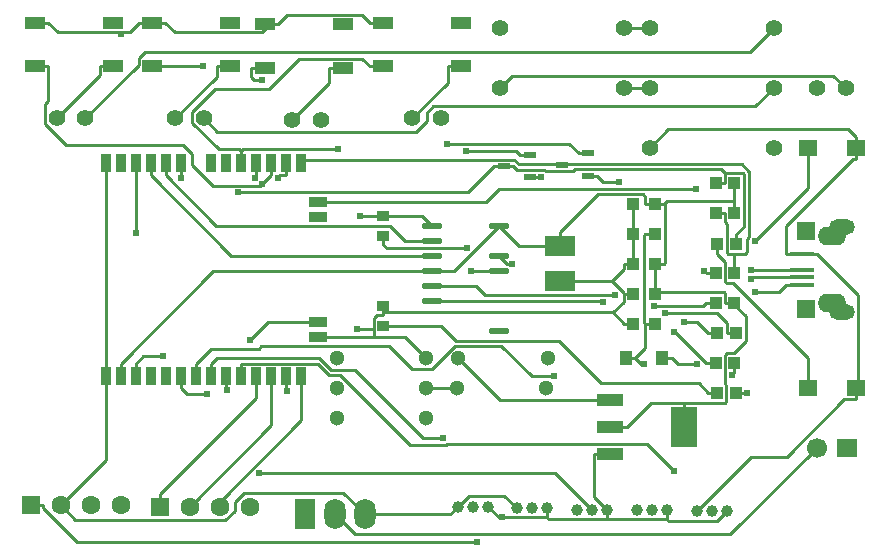
<source format=gtl>
G04 Layer: TopLayer*
G04 EasyEDA v6.5.40, 2024-02-29 21:32:03*
G04 cd2e8cfeff5242bcb39c02c4be924e2f,f2d9dfb49ed74d9cbdeda56209f77222,10*
G04 Gerber Generator version 0.2*
G04 Scale: 100 percent, Rotated: No, Reflected: No *
G04 Dimensions in millimeters *
G04 leading zeros omitted , absolute positions ,4 integer and 5 decimal *
%FSLAX45Y45*%
%MOMM*%

%AMMACRO1*21,1,$1,$2,0,0,$3*%
%ADD10C,0.2540*%
%ADD11R,1.0000X1.1000*%
%ADD12R,2.6000X1.8000*%
%ADD13R,1.0000X1.2000*%
%ADD14R,1.0000X0.8999*%
%ADD15MACRO1,0.532X1.0375X90.0000*%
%ADD16R,1.5300X1.3600*%
%ADD17MACRO1,1.36X1.53X-90.0000*%
%ADD18R,2.2000X3.5000*%
%ADD19R,2.2000X1.1000*%
%ADD20O,1.7450054X0.5599938*%
%ADD21R,0.9000X1.5000*%
%ADD22R,1.5000X0.9000*%
%ADD23R,2.1000X0.4000*%
%ADD24R,1.5000X1.5000*%
%ADD25O,2.1999956000000003X1.2999974*%
%ADD26R,1.7000X1.0000*%
%ADD27O,2.3999952X1.5999968*%
%ADD28R,1.7000X1.5748*%
%ADD29C,1.7000*%
%ADD30C,1.0000*%
%ADD31C,1.4000*%
%ADD32O,1.7999964X2.5999948*%
%ADD33R,1.8000X2.6000*%
%ADD34C,1.3000*%
%ADD35R,1.6000X1.6000*%
%ADD36C,1.6000*%
%ADD37C,1.4000*%
%ADD38C,0.6100*%
%ADD39C,0.0179*%

%LPD*%
D10*
X7232980Y4937305D02*
G01*
X7171258Y4875583D01*
X6971461Y4875583D01*
X6482079Y4266618D02*
G01*
X6316802Y4266618D01*
X6265418Y4318002D01*
X6187490Y4318002D02*
G01*
X6265418Y4318002D01*
X7365898Y4937305D02*
G01*
X7232980Y4937305D01*
X6573088Y4025902D02*
G01*
X6495186Y4103804D01*
X5669025Y4103804D01*
X5309184Y4463646D01*
X4441697Y4463646D01*
X4316755Y4588588D01*
X3822700Y4588588D01*
X6650990Y4025902D02*
G01*
X6573088Y4025902D01*
X6638290Y5549902D02*
G01*
X6716217Y5549902D01*
X6798284Y5041902D02*
G01*
X6798284Y5124808D01*
X6798284Y5200119D02*
G01*
X6798284Y5124808D01*
X6798284Y5200119D02*
G01*
X6740296Y5200119D01*
X6732904Y5207510D01*
X6732904Y5455287D01*
X6716217Y5471975D01*
X6716217Y5549902D01*
X5338165Y5956302D02*
G01*
X5338165Y5957928D01*
X3125393Y5967300D02*
G01*
X3156381Y5998288D01*
X4935321Y5998288D01*
X4975682Y5957928D01*
X5338165Y5957928D01*
X5338165Y5957928D02*
G01*
X6858838Y5957928D01*
X6920763Y5896002D01*
X6920763Y5342994D01*
X6904456Y5326687D01*
X6904456Y5217314D01*
X6887260Y5200119D01*
X6798284Y5200119D01*
X6638290Y5041902D02*
G01*
X6560388Y5041902D01*
X6540550Y5052646D02*
G01*
X6549643Y5052646D01*
X6560388Y5041902D01*
X7416520Y6096002D02*
G01*
X7416520Y5755921D01*
X6970344Y5309745D01*
X1982393Y5864379D02*
G01*
X2408072Y5438701D01*
X3881932Y5438701D01*
X4010939Y5309694D01*
X4233138Y5309694D01*
X1982393Y5967300D02*
G01*
X1982393Y5864379D01*
X1855393Y5967300D02*
G01*
X1855393Y5864379D01*
X1855393Y5864379D02*
G01*
X2537079Y5182694D01*
X4233138Y5182694D01*
X5789726Y4852189D02*
G01*
X4688738Y4852189D01*
X4612233Y4928694D01*
X4233138Y4928694D01*
X7365898Y5067302D02*
G01*
X6934682Y5067302D01*
X2109393Y4064383D02*
G01*
X2163318Y4010459D01*
X2334869Y4010459D01*
X2109393Y4167304D02*
G01*
X2109393Y4064383D01*
X5588000Y3035302D02*
G01*
X5282031Y3341270D01*
X2775915Y3341270D01*
X4331309Y3639212D02*
G01*
X4160723Y3639212D01*
X3582543Y4217393D01*
X3383152Y4217393D01*
X3280054Y4320491D01*
X2413660Y4320491D01*
X2363393Y4270225D01*
X2363393Y4167304D02*
G01*
X2363393Y4270225D01*
X1930400Y3168627D02*
G01*
X2744393Y3982620D01*
X2744393Y4167304D01*
X1930400Y3060702D02*
G01*
X1930400Y3168627D01*
X2184400Y3060702D02*
G01*
X2871393Y3747696D01*
X2871393Y4167304D01*
X3125393Y4167304D02*
G01*
X3125393Y3790241D01*
X2438400Y3103247D01*
X2438400Y3060702D01*
X2414193Y6787288D02*
G01*
X2414193Y6699938D01*
X2064258Y6350002D01*
X2527096Y6787288D02*
G01*
X2414193Y6787288D01*
X2304541Y6350002D02*
G01*
X2419502Y6235042D01*
X4100474Y6235042D01*
X4191000Y6325567D01*
X4191000Y6389550D01*
X4249775Y6448325D01*
X6973315Y6448325D01*
X7128992Y6604002D01*
X4369993Y6787288D02*
G01*
X4369993Y6649138D01*
X4070858Y6350002D01*
X4482896Y6787288D02*
G01*
X4369993Y6787288D01*
X1423593Y6787288D02*
G01*
X1423593Y6712638D01*
X1060957Y6350002D01*
X1536496Y6787288D02*
G01*
X1423593Y6787288D01*
X1301242Y6350002D02*
G01*
X1753946Y6802706D01*
X1753946Y6857977D01*
X1809902Y6913933D01*
X6930923Y6913933D01*
X7128992Y7112002D01*
X3366693Y6774588D02*
G01*
X3366693Y6649138D01*
X3054858Y6337302D01*
X3479596Y6774588D02*
G01*
X3366693Y6774588D01*
X4809007Y6604002D02*
G01*
X4915357Y6710352D01*
X7633792Y6710352D01*
X7740141Y6604002D01*
X3416300Y2997685D02*
G01*
X3588232Y2825752D01*
X6762750Y2825752D01*
X7493000Y3556002D01*
X1728393Y5967300D02*
G01*
X1728393Y5375658D01*
X2109393Y5967300D02*
G01*
X2109393Y5864379D01*
X2109393Y5864379D02*
G01*
X2109393Y5847133D01*
X2112136Y5844390D01*
X3822903Y6787288D02*
G01*
X3709974Y6787288D01*
X2617393Y6070221D02*
G01*
X2617393Y5967300D01*
X2617393Y6070221D02*
G01*
X2639085Y6091913D01*
X3444798Y6091913D01*
X2617393Y6070221D02*
G01*
X2602128Y6085486D01*
X2429789Y6085486D01*
X2203119Y6312156D01*
X2203119Y6404866D01*
X2396464Y6598211D01*
X2858490Y6598211D01*
X3112947Y6852668D01*
X3644595Y6852668D01*
X3709974Y6787288D01*
X2744393Y5967300D02*
G01*
X2744393Y5864379D01*
X2744393Y5864379D02*
G01*
X2739440Y5859426D01*
X2739440Y5845202D01*
X1867103Y6787288D02*
G01*
X2296998Y6787288D01*
X876503Y6787288D02*
G01*
X989406Y6787288D01*
X2871393Y5967300D02*
G01*
X2871393Y5864379D01*
X2871393Y5864379D02*
G01*
X2798521Y5791507D01*
X2798521Y5791507D02*
G01*
X2785999Y5778985D01*
X2381275Y5778985D01*
X2205100Y5955159D01*
X2205100Y6048910D01*
X2130348Y6123663D01*
X1136980Y6123663D01*
X961161Y6299481D01*
X961161Y6468798D01*
X989406Y6497043D01*
X989406Y6787288D01*
X2706674Y6774588D02*
G01*
X2706674Y6700573D01*
X2730347Y6676900D01*
X2801416Y6676900D01*
X2819603Y6774588D02*
G01*
X2706674Y6774588D01*
X2998393Y5864379D02*
G01*
X2950768Y5864379D01*
X2931261Y5844872D01*
X2998393Y5967300D02*
G01*
X2998393Y5864379D01*
X3275406Y4622802D02*
G01*
X2850565Y4622802D01*
X2696590Y4468827D01*
X3008884Y4041904D02*
G01*
X2998393Y4052394D01*
X2998393Y4167304D01*
X2617393Y4167304D02*
G01*
X2617393Y4270225D01*
X2617393Y4270225D02*
G01*
X2617571Y4270402D01*
X3272434Y4270402D01*
X3366236Y4176600D01*
X3456482Y4176600D01*
X4052443Y3580640D01*
X4355591Y3580640D01*
X4361840Y3586888D01*
X6054267Y3586888D01*
X6283070Y3358085D01*
X2502408Y4046501D02*
G01*
X2490393Y4058516D01*
X2490393Y4167304D01*
X2236393Y4167304D02*
G01*
X2236393Y4270225D01*
X2236393Y4270225D02*
G01*
X2361844Y4395675D01*
X2772333Y4395675D01*
X2793568Y4416910D01*
X3873195Y4416910D01*
X4065193Y4224911D01*
X4233951Y4224911D01*
X4431893Y4422853D01*
X4823434Y4422853D01*
X5081168Y4165119D01*
X5271236Y4165119D01*
X5681979Y4791102D02*
G01*
X5671388Y4801694D01*
X4233138Y4801694D01*
X7365898Y5002303D02*
G01*
X6952513Y5002303D01*
X6937451Y4987241D01*
X6810984Y4025902D02*
G01*
X6888911Y4025902D01*
X6888911Y4025902D02*
G01*
X6907453Y4025902D01*
X6472529Y5750003D02*
G01*
X4808245Y5750003D01*
X4697044Y5638802D01*
X3275406Y5638802D01*
X6650990Y5283202D02*
G01*
X6650990Y5200296D01*
X6650990Y5200296D02*
G01*
X6716445Y5134841D01*
X6716445Y4964153D01*
X6730644Y4949954D01*
X6789521Y4949954D01*
X7416520Y4322955D01*
X7416520Y4064002D01*
X6810984Y5283202D02*
G01*
X6810984Y5366108D01*
X6638290Y5803902D02*
G01*
X6716217Y5803902D01*
X4922672Y5943602D02*
G01*
X4958943Y5907331D01*
X5190058Y5907331D01*
X5195773Y5901616D01*
X5430621Y5901616D01*
X5446140Y5917135D01*
X6680911Y5917135D01*
X6716217Y5881829D01*
X6810984Y5366108D02*
G01*
X6876415Y5431538D01*
X6876415Y5879365D01*
X6866712Y5889068D01*
X6723456Y5889068D01*
X6716217Y5881829D01*
X6716217Y5881829D02*
G01*
X6716217Y5803902D01*
X4842865Y5943602D02*
G01*
X4922672Y5943602D01*
X1728393Y4270225D02*
G01*
X1793417Y4335249D01*
X1956917Y4335249D01*
X2596159Y5720412D02*
G01*
X4539894Y5720412D01*
X4763084Y5943602D01*
X4842865Y5943602D02*
G01*
X4763084Y5943602D01*
X1728393Y4167304D02*
G01*
X1728393Y4270225D01*
X4983327Y6038598D02*
G01*
X4948809Y6073117D01*
X4523003Y6073117D01*
X5063134Y6038598D02*
G01*
X4983327Y6038598D01*
X4912029Y5118915D02*
G01*
X4871415Y5118915D01*
X4807635Y5182694D01*
X6810984Y4533902D02*
G01*
X6733082Y4533902D01*
X6733082Y4533902D02*
G01*
X6733082Y4611804D01*
X6646519Y4698367D01*
X6206718Y4698367D01*
X5063134Y5848606D02*
G01*
X5142915Y5848606D01*
X5142915Y5848606D02*
G01*
X5162524Y5848606D01*
X6638290Y4279902D02*
G01*
X6560388Y4279902D01*
X6560388Y4279902D02*
G01*
X6297396Y4542894D01*
X6285585Y4542894D01*
X4807635Y5055694D02*
G01*
X4568088Y5055694D01*
X5478627Y6051298D02*
G01*
X5395620Y6134305D01*
X4367326Y6134305D01*
X5558434Y6051298D02*
G01*
X5478627Y6051298D01*
X6798284Y4279902D02*
G01*
X6798284Y4193898D01*
X6779640Y4175254D01*
X6573088Y4533902D02*
G01*
X6484391Y4622599D01*
X6367983Y4622599D01*
X5818581Y5813173D02*
G01*
X5686348Y5813173D01*
X5638215Y5861306D01*
X5558434Y5861306D02*
G01*
X5638215Y5861306D01*
X6650990Y4533902D02*
G01*
X6573088Y4533902D01*
X3822700Y5350588D02*
G01*
X3822700Y5277665D01*
X3822700Y5277665D02*
G01*
X3854170Y5246194D01*
X4531207Y5246194D01*
X6638290Y4787902D02*
G01*
X6560388Y4787902D01*
X6560388Y4787902D02*
G01*
X6529425Y4756939D01*
X6118606Y4756939D01*
X1601393Y4167304D02*
G01*
X1601393Y4270225D01*
X6367779Y3733802D02*
G01*
X6367779Y3936723D01*
X5748020Y3733802D02*
G01*
X5885941Y3733802D01*
X6798284Y5651502D02*
G01*
X6225844Y5651502D01*
X6200444Y5626102D01*
X6798284Y5549902D02*
G01*
X6798284Y5651502D01*
X6798284Y5651502D02*
G01*
X6798284Y5803902D01*
X6122517Y5626102D02*
G01*
X6200444Y5626102D01*
X1601393Y4270225D02*
G01*
X2386863Y5055694D01*
X4233138Y5055694D01*
X6122517Y5626102D02*
G01*
X6044615Y5626102D01*
X5321300Y5270502D02*
G01*
X4973827Y5270502D01*
X4807635Y5436694D01*
X5321300Y5270502D02*
G01*
X5321300Y5388409D01*
X5885941Y3733802D02*
G01*
X6088862Y3936723D01*
X6367779Y3936723D01*
X6200444Y5118102D02*
G01*
X6206286Y5123944D01*
X6206286Y5620260D01*
X6200444Y5626102D01*
X6122517Y5118102D02*
G01*
X6200444Y5118102D01*
X4807635Y5436694D02*
G01*
X4426635Y5055694D01*
X4233138Y5055694D01*
X6122517Y4879875D02*
G01*
X6706311Y4879875D01*
X6720382Y4865804D01*
X6720382Y4787902D01*
X6122517Y5118102D02*
G01*
X6122517Y4879875D01*
X6122517Y4879875D02*
G01*
X6122517Y4864102D01*
X5321300Y5388409D02*
G01*
X5642076Y5709185D01*
X6019952Y5709185D01*
X6044615Y5684522D01*
X6044615Y5626102D01*
X6798284Y4787902D02*
G01*
X6775780Y4787902D01*
X6775780Y4787902D02*
G01*
X6720382Y4787902D01*
X6775780Y4787902D02*
G01*
X6892493Y4671189D01*
X6892493Y4464001D01*
X6791502Y4363011D01*
X6736715Y4363011D01*
X6720230Y4346526D01*
X6720230Y4101365D01*
X6729069Y4092526D01*
X6729069Y3950286D01*
X6715506Y3936723D01*
X6367779Y3936723D01*
X3709974Y7157316D02*
G01*
X3644569Y7222721D01*
X3010611Y7222721D01*
X2932506Y7144616D01*
X2876067Y7144616D02*
G01*
X2866821Y7144616D01*
X2819603Y7144616D02*
G01*
X2866821Y7144616D01*
X2876067Y7144616D02*
G01*
X2932506Y7144616D01*
X2866821Y7144616D02*
G01*
X2801442Y7079236D01*
X2058085Y7079236D01*
X1980006Y7157316D01*
X1867103Y7157316D02*
G01*
X1980006Y7157316D01*
X876503Y7157316D02*
G01*
X989406Y7157316D01*
X1867103Y7157316D02*
G01*
X1754174Y7157316D01*
X3822903Y7157316D02*
G01*
X3709974Y7157316D01*
X5207000Y2968678D02*
G01*
X5207000Y3048002D01*
X5715000Y2955470D02*
G01*
X5220208Y2955470D01*
X5207000Y2968678D01*
X6223000Y2955470D02*
G01*
X5715000Y2955470D01*
X6731000Y3022602D02*
G01*
X6650634Y2942236D01*
X6236233Y2942236D01*
X6223000Y2955470D01*
X6223000Y2955470D02*
G01*
X6223000Y3035302D01*
X5748020Y3503805D02*
G01*
X5610097Y3503805D01*
X5715000Y2955470D02*
G01*
X5715000Y3035302D01*
X5715000Y3035302D02*
G01*
X5610097Y3140204D01*
X5610097Y3503805D01*
X6044615Y5372102D02*
G01*
X6032525Y5360012D01*
X6032525Y4622192D01*
X6044615Y4610102D01*
X6122517Y5372102D02*
G01*
X6044615Y5372102D01*
X989406Y7157316D02*
G01*
X1067485Y7079236D01*
X1604645Y7079236D01*
X1604645Y7079236D02*
G01*
X1676095Y7079236D01*
X1754174Y7157316D01*
X1604645Y7059678D02*
G01*
X1604645Y7079236D01*
X5207000Y2968678D02*
G01*
X4830216Y2968678D01*
X4830216Y2968678D02*
G01*
X4803724Y2968678D01*
X4711700Y3060702D01*
X946124Y3073402D02*
G01*
X946124Y3046427D01*
X1232204Y2760347D01*
X4621885Y2760347D01*
X838200Y3073402D02*
G01*
X946124Y3073402D01*
X6122517Y4610102D02*
G01*
X6044615Y4610102D01*
X5955436Y4318002D02*
G01*
X6044615Y4407181D01*
X6044615Y4610102D01*
X5877509Y4318002D02*
G01*
X5955436Y4318002D01*
X6033744Y4269640D02*
G01*
X6003797Y4269640D01*
X5955436Y4318002D01*
X6079007Y6604002D02*
G01*
X5858992Y6604002D01*
X6079007Y7112002D02*
G01*
X5858992Y7112002D01*
X4445990Y4064002D02*
G01*
X4190009Y4064002D01*
X4953000Y3048002D02*
G01*
X4846777Y3154225D01*
X4551222Y3154225D01*
X4457700Y3060702D01*
X1092200Y3073402D02*
G01*
X1218641Y2946961D01*
X2487498Y2946961D01*
X2565400Y3024863D01*
X2565400Y3102688D01*
X2641904Y3179193D01*
X3487826Y3179193D01*
X3670325Y2996694D01*
X4190009Y4318002D02*
G01*
X4012209Y4495802D01*
X3742613Y4495802D01*
X3742613Y4495802D02*
G01*
X3275406Y4495802D01*
X7823504Y6191938D02*
G01*
X7759725Y6255717D01*
X6238722Y6255717D01*
X6079007Y6096002D01*
X7823504Y3968092D02*
G01*
X7727594Y3968092D01*
X7241311Y3481809D01*
X6936206Y3481809D01*
X6477000Y3022602D01*
X4233138Y5436694D02*
G01*
X4149242Y5520590D01*
X3822700Y5520590D01*
X3822700Y4758590D02*
G01*
X3822700Y4719881D01*
X3822700Y4719881D02*
G01*
X3822700Y4685667D01*
X5942507Y4610102D02*
G01*
X5864606Y4610102D01*
X5942507Y4864102D02*
G01*
X5864606Y4864102D01*
X5942507Y5626102D02*
G01*
X5942507Y5372102D01*
X5942507Y5372102D02*
G01*
X5942507Y5118102D01*
X5864606Y5118102D02*
G01*
X5864606Y5076446D01*
X5758434Y4970274D01*
X5942507Y5118102D02*
G01*
X5864606Y5118102D01*
X5758434Y4970274D02*
G01*
X5321300Y4970274D01*
X7823504Y6143983D02*
G01*
X7823504Y6191938D01*
X7823504Y6143983D02*
G01*
X7823504Y6096002D01*
X7823504Y6000092D02*
G01*
X7799527Y6000092D01*
X7232980Y5433545D01*
X7232980Y5197299D01*
X7823504Y6096002D02*
G01*
X7823504Y6000092D01*
X7365898Y5197299D02*
G01*
X7232980Y5197299D01*
X5610097Y3963799D02*
G01*
X4812893Y3963799D01*
X4458690Y4318002D01*
X5748020Y3963799D02*
G01*
X5610097Y3963799D01*
X7823504Y4064002D02*
G01*
X7823504Y4016047D01*
X7823504Y4016047D02*
G01*
X7823504Y3968092D01*
X7823504Y4016047D02*
G01*
X7846593Y4039135D01*
X7846593Y4849522D01*
X7498816Y5197299D01*
X7365898Y5197299D02*
G01*
X7498816Y5197299D01*
X3742613Y4495802D02*
G01*
X3742613Y4568573D01*
X3742613Y4568573D02*
G01*
X3742613Y4660267D01*
X3768013Y4685667D01*
X3822700Y4685667D01*
X3626662Y5520590D02*
G01*
X3822700Y5520590D01*
X3742613Y4568573D02*
G01*
X3602456Y4568573D01*
X5860211Y4864102D02*
G01*
X5864606Y4864102D01*
X5860211Y4864102D02*
G01*
X5860211Y4868496D01*
X5758434Y4970274D01*
X5770168Y4704539D02*
G01*
X5864606Y4610102D01*
X3822700Y4719881D02*
G01*
X3838041Y4704539D01*
X5770168Y4704539D01*
X5770168Y4704539D02*
G01*
X5860211Y4794582D01*
X5860211Y4864102D01*
X4457700Y3060702D02*
G01*
X4393691Y2996694D01*
X3670325Y2996694D01*
X1092200Y3073402D02*
G01*
X1474393Y3455596D01*
X1474393Y4167304D01*
X1474393Y4167304D02*
G01*
X1474393Y5967300D01*
D11*
G01*
X5942507Y4610100D03*
G01*
X6122517Y4610100D03*
G01*
X5942507Y4864100D03*
G01*
X6122517Y4864100D03*
G01*
X5942507Y5118100D03*
G01*
X6122517Y5118100D03*
G01*
X5942507Y5372100D03*
G01*
X6122517Y5372100D03*
G01*
X5942507Y5626100D03*
G01*
X6122517Y5626100D03*
D12*
G01*
X5321300Y5270500D03*
G01*
X5321300Y4970271D03*
D13*
G01*
X6187490Y4318000D03*
G01*
X5877509Y4318000D03*
D14*
G01*
X3822700Y4758588D03*
G01*
X3822700Y4588586D03*
G01*
X3822700Y5520588D03*
G01*
X3822700Y5350586D03*
D15*
G01*
X5558425Y5861300D03*
G01*
X5558425Y6051299D03*
G01*
X5338174Y5956300D03*
G01*
X5063125Y5848600D03*
G01*
X5063125Y6038599D03*
G01*
X4842874Y5943600D03*
D11*
G01*
X6798309Y5803900D03*
G01*
X6638315Y5803900D03*
G01*
X6798309Y5549900D03*
G01*
X6638315Y5549900D03*
G01*
X6811009Y5283200D03*
G01*
X6651015Y5283200D03*
G01*
X6798309Y5041900D03*
G01*
X6638315Y5041900D03*
G01*
X6798309Y4787900D03*
G01*
X6638315Y4787900D03*
G01*
X6811009Y4533900D03*
G01*
X6651015Y4533900D03*
G01*
X6798309Y4279900D03*
G01*
X6638315Y4279900D03*
G01*
X6811009Y4025900D03*
G01*
X6651015Y4025900D03*
D16*
G01*
X7823504Y4064000D03*
D17*
G01*
X7416500Y4064007D03*
D16*
G01*
X7823504Y6096000D03*
D17*
G01*
X7416500Y6096007D03*
D18*
G01*
X6367779Y3733800D03*
D19*
G01*
X5748020Y3503803D03*
G01*
X5748020Y3733800D03*
G01*
X5748020Y3963796D03*
D20*
G01*
X4233138Y5436692D03*
G01*
X4233138Y5309692D03*
G01*
X4233138Y5182692D03*
G01*
X4233138Y5055692D03*
G01*
X4233138Y4928692D03*
G01*
X4233138Y4801692D03*
G01*
X4807635Y5436692D03*
G01*
X4807635Y5182692D03*
G01*
X4807635Y5055692D03*
G01*
X4807635Y4547692D03*
D21*
G01*
X1474393Y4167301D03*
G01*
X1601393Y4167301D03*
G01*
X1728393Y4167301D03*
G01*
X1855393Y4167301D03*
G01*
X1982393Y4167301D03*
G01*
X2109393Y4167301D03*
G01*
X2236393Y4167301D03*
G01*
X2363393Y4167301D03*
G01*
X2490393Y4167301D03*
G01*
X2617393Y4167301D03*
G01*
X2744393Y4167301D03*
G01*
X2871393Y4167301D03*
G01*
X2998393Y4167301D03*
G01*
X3125393Y4167301D03*
D22*
G01*
X3275406Y4495800D03*
G01*
X3275406Y4622800D03*
G01*
X3275406Y5511800D03*
G01*
X3275406Y5638800D03*
D21*
G01*
X3125393Y5967298D03*
G01*
X2998393Y5967298D03*
G01*
X2871393Y5967298D03*
G01*
X2744393Y5967298D03*
G01*
X2617393Y5967298D03*
G01*
X2490393Y5967298D03*
G01*
X2363393Y5967298D03*
G01*
X2109393Y5967298D03*
G01*
X1982393Y5967298D03*
G01*
X1855393Y5967298D03*
G01*
X1728393Y5967298D03*
G01*
X1601393Y5967298D03*
G01*
X1474393Y5967298D03*
D23*
G01*
X7365898Y4937302D03*
G01*
X7365898Y5002301D03*
G01*
X7365898Y5067300D03*
G01*
X7365898Y5197297D03*
D24*
G01*
X7404100Y4737100D03*
G01*
X7404100Y5397500D03*
D25*
G01*
X7706613Y4705350D03*
G01*
X7706613Y5429250D03*
D26*
G01*
X1867103Y7157313D03*
G01*
X2527096Y7157313D03*
G01*
X1867103Y6787286D03*
G01*
X2527096Y6787286D03*
G01*
X876503Y7157313D03*
G01*
X1536496Y7157313D03*
G01*
X876503Y6787286D03*
G01*
X1536496Y6787286D03*
G01*
X2819603Y7144613D03*
G01*
X3479596Y7144613D03*
G01*
X2819603Y6774586D03*
G01*
X3479596Y6774586D03*
G01*
X3822903Y7157313D03*
G01*
X4482896Y7157313D03*
G01*
X3822903Y6787286D03*
G01*
X4482896Y6787286D03*
D27*
G01*
X7625918Y4784801D03*
G01*
X7625918Y5349798D03*
D28*
G01*
X7747000Y3556000D03*
D29*
G01*
X7493000Y3556000D03*
D30*
G01*
X4457700Y3060700D03*
G01*
X4584700Y3060700D03*
G01*
X4711700Y3060700D03*
G01*
X4953000Y3048000D03*
G01*
X5080000Y3048000D03*
G01*
X5207000Y3048000D03*
G01*
X5461000Y3035300D03*
G01*
X5588000Y3035300D03*
G01*
X5715000Y3035300D03*
G01*
X5969000Y3035300D03*
G01*
X6096000Y3035300D03*
G01*
X6223000Y3035300D03*
G01*
X6477000Y3022600D03*
G01*
X6604000Y3022600D03*
G01*
X6731000Y3022600D03*
D31*
G01*
X2064258Y6350000D03*
G01*
X2304541Y6350000D03*
G01*
X4070858Y6350000D03*
G01*
X4311141Y6350000D03*
G01*
X1060957Y6350000D03*
G01*
X1301242Y6350000D03*
G01*
X3054858Y6337300D03*
G01*
X3295141Y6337300D03*
G01*
X7499858Y6604000D03*
G01*
X7740141Y6604000D03*
D32*
G01*
X3416300Y2997682D03*
G01*
X3670325Y2996692D03*
D33*
G01*
X3162300Y2997707D03*
D34*
G01*
X4190009Y4318000D03*
G01*
X3429990Y4318000D03*
G01*
X4190009Y4064000D03*
G01*
X3429990Y4064000D03*
G01*
X4190009Y3810000D03*
G01*
X3429990Y3810000D03*
G01*
X4458690Y4318000D03*
G01*
X5218709Y4318000D03*
G01*
X4445990Y4064000D03*
G01*
X5206009Y4064000D03*
D35*
G01*
X1930400Y3060700D03*
D36*
G01*
X2184400Y3060700D03*
G01*
X2438400Y3060700D03*
G01*
X2692400Y3060700D03*
D37*
G01*
X4809007Y7112000D03*
G01*
X5858992Y7112000D03*
G01*
X5858992Y6604000D03*
G01*
X4809007Y6604000D03*
G01*
X6079007Y7112000D03*
G01*
X7128992Y7112000D03*
G01*
X6079007Y6604000D03*
G01*
X7128992Y6604000D03*
G01*
X6079007Y6096000D03*
G01*
X7128992Y6096000D03*
D35*
G01*
X838200Y3073400D03*
D36*
G01*
X1092200Y3073400D03*
G01*
X1346200Y3073400D03*
G01*
X1600200Y3073400D03*
D38*
G01*
X3626662Y5520588D03*
G01*
X3602456Y4568570D03*
G01*
X6033744Y4269638D03*
G01*
X4830216Y2968675D03*
G01*
X4621885Y2760345D03*
G01*
X1604645Y7059676D03*
G01*
X4531207Y5246192D03*
G01*
X6118606Y4756937D03*
G01*
X5818581Y5813170D03*
G01*
X6367983Y4622596D03*
G01*
X6779640Y4175252D03*
G01*
X4568088Y5055692D03*
G01*
X4367326Y6134303D03*
G01*
X5162524Y5848604D03*
G01*
X6285585Y4542891D03*
G01*
X6206718Y4698364D03*
G01*
X4523003Y6073114D03*
G01*
X4912029Y5118912D03*
G01*
X2596159Y5720410D03*
G01*
X1956917Y4335246D03*
G01*
X6472529Y5750001D03*
G01*
X6907453Y4025900D03*
G01*
X5681979Y4791100D03*
G01*
X6937451Y4987239D03*
G01*
X5271236Y4165117D03*
G01*
X2502408Y4046499D03*
G01*
X6283070Y3358083D03*
G01*
X3008884Y4041902D03*
G01*
X2696590Y4468825D03*
G01*
X2931261Y5844870D03*
G01*
X2801416Y6676897D03*
G01*
X2798521Y5791504D03*
G01*
X2296998Y6787286D03*
G01*
X2739440Y5845200D03*
G01*
X3444798Y6091910D03*
G01*
X2112136Y5844387D03*
G01*
X1728393Y5375655D03*
G01*
X4331309Y3639210D03*
G01*
X2775915Y3341268D03*
G01*
X2334869Y4010456D03*
G01*
X5789726Y4852187D03*
G01*
X6934682Y5067300D03*
G01*
X6540550Y5052644D03*
G01*
X6970344Y5309743D03*
G01*
X6482079Y4266615D03*
G01*
X6971461Y4875580D03*
M02*

</source>
